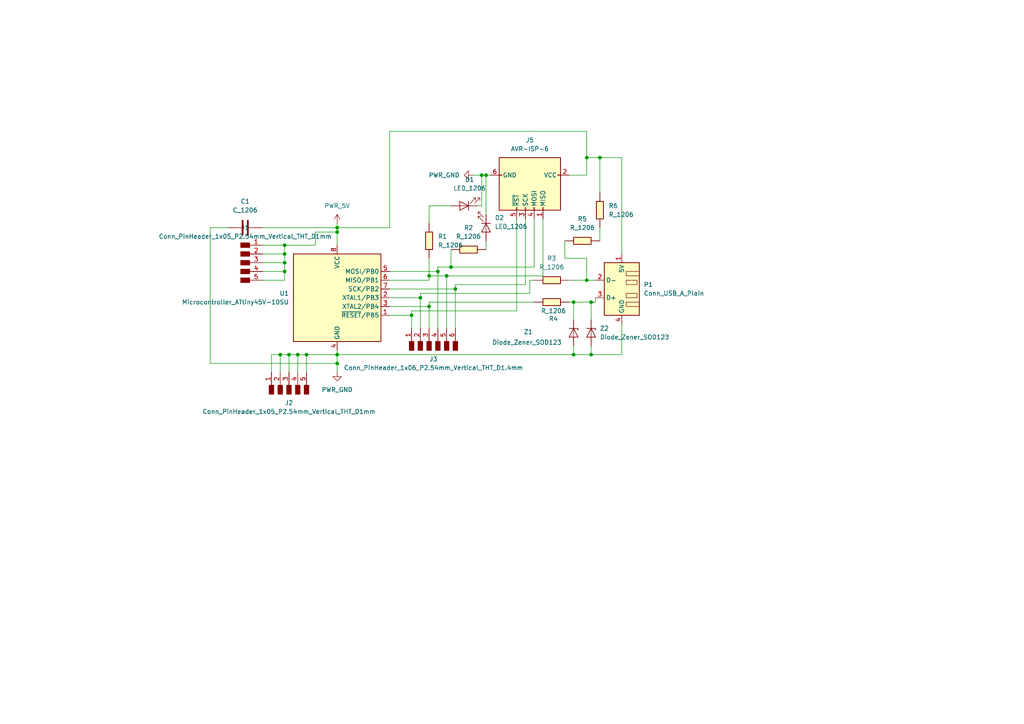
<source format=kicad_sch>
(kicad_sch (version 20231120) (generator "eeschema") (generator_version "8.0")
  (paper "A4")
  (lib_symbols
    (symbol "Connector:AVR-ISP-6" (pin_names (offset 1.016))
      (property "Reference" "J" (at -6.35 11.43 0))
      (property "Value" "AVR-ISP-6" (at 0 11.43 0))
      (symbol "AVR-ISP-6_0_1"
        (rectangle (start -2.667 -6.858) (end -2.413 -7.62))
        (rectangle (start -2.667 10.16) (end -2.413 9.398))
        (rectangle (start 7.62 -2.413) (end 6.858 -2.667))
        (rectangle (start 7.62 0.127) (end 6.858 -0.127))
        (rectangle (start 7.62 2.667) (end 6.858 2.413))
        (rectangle (start 7.62 5.207) (end 6.858 4.953))
        (rectangle (start 7.62 10.16) (end -7.62 -7.62) (stroke (width 0.254)) (fill (type background)))
      )
      (symbol "AVR-ISP-6_1_1"
        (pin passive line (at 10.16 5.08 180) (length 2.54) (name "MISO") (number "1"))
        (pin passive line (at -2.54 12.7 270) (length 2.54) (name "VCC") (number "2"))
        (pin passive line (at 10.16 0 180) (length 2.54) (name "SCK") (number "3"))
        (pin passive line (at 10.16 2.54 180) (length 2.54) (name "MOSI") (number "4"))
        (pin passive line (at 10.16 -2.54 180) (length 2.54) (name "~{RST}") (number "5"))
        (pin passive line (at -2.54 -10.16 90) (length 2.54) (name "GND") (number "6"))
      )
    )
    (symbol "Fab:C_1206" (pin_numbers hide)
      (property "Reference" "C" (at 0.635 2.54 0))
      (property "Value" "C_1206" (at 0.635 -2.54 0))
      (symbol "C_1206_0_1"
        (polyline (pts (xy -2.032 -0.762) (xy 2.032 -0.762)) (stroke (width 0.508)))
        (polyline (pts (xy -2.032 0.762) (xy 2.032 0.762)) (stroke (width 0.508)))
        (polyline (pts (xy 0 -0.635) (xy 0 -2.54)))
        (polyline (pts (xy 0 0.635) (xy 0 2.54)))
      )
      (symbol "C_1206_1_1"
        (pin passive line (at 0 5.08 270) (length 2.54) (name "~") (number "1"))
        (pin passive line (at 0 -5.08 90) (length 2.54) (name "~") (number "2"))
      )
    )
    (symbol "Fab:Conn_PinHeader_1x05_P2.54mm_Vertical_THT_D1mm" (pin_names hide)
      (property "Reference" "J" (at 0 7.62 0))
      (property "Value" "Conn_PinHeader_1x05_P2.54mm_Vertical_THT_D1mm" (at 0 -7.62 0))
      (symbol "Conn_PinHeader_1x05_P2.54mm_Vertical_THT_D1mm_1_1"
        (rectangle (start -1.27 -4.445) (end 1.27 -5.715) (stroke (width 0.254)) (fill (type outline)))
        (rectangle (start -1.27 -1.905) (end 1.27 -3.175) (stroke (width 0.254)) (fill (type outline)))
        (rectangle (start -1.27 0.635) (end 1.27 -0.635) (stroke (width 0.254)) (fill (type outline)))
        (rectangle (start -1.27 3.175) (end 1.27 1.905) (stroke (width 0.254)) (fill (type outline)))
        (rectangle (start -1.27 5.715) (end 1.27 4.445) (stroke (width 0.254)) (fill (type outline)))
        (pin passive line (at 5.08 5.08 180) (length 3.81) (name "Pin_1") (number "1"))
        (pin passive line (at 5.08 2.54 180) (length 3.81) (name "Pin_2") (number "2"))
        (pin passive line (at 5.08 0 180) (length 3.81) (name "Pin_3") (number "3"))
        (pin passive line (at 5.08 -2.54 180) (length 3.81) (name "Pin_4") (number "4"))
        (pin passive line (at 5.08 -5.08 180) (length 3.81) (name "Pin_5") (number "5"))
      )
    )
    (symbol "Fab:Conn_PinHeader_1x06_P2.54mm_Vertical_THT_D1.4mm" (pin_names hide)
      (property "Reference" "J" (at 0 7.62 0))
      (property "Value" "Conn_PinHeader_1x06_P2.54mm_Vertical_THT_D1.4mm" (at 0 -10.16 0))
      (symbol "Conn_PinHeader_1x06_P2.54mm_Vertical_THT_D1.4mm_1_1"
        (rectangle (start -1.27 -6.985) (end 1.27 -8.255) (stroke (width 0.254)) (fill (type outline)))
        (rectangle (start -1.27 -4.445) (end 1.27 -5.715) (stroke (width 0.254)) (fill (type outline)))
        (rectangle (start -1.27 -1.905) (end 1.27 -3.175) (stroke (width 0.254)) (fill (type outline)))
        (rectangle (start -1.27 0.635) (end 1.27 -0.635) (stroke (width 0.254)) (fill (type outline)))
        (rectangle (start -1.27 3.175) (end 1.27 1.905) (stroke (width 0.254)) (fill (type outline)))
        (rectangle (start -1.27 5.715) (end 1.27 4.445) (stroke (width 0.254)) (fill (type outline)))
        (pin passive line (at 5.08 5.08 180) (length 3.81) (name "Pin_1") (number "1"))
        (pin passive line (at 5.08 2.54 180) (length 3.81) (name "Pin_2") (number "2"))
        (pin passive line (at 5.08 0 180) (length 3.81) (name "Pin_3") (number "3"))
        (pin passive line (at 5.08 -2.54 180) (length 3.81) (name "Pin_4") (number "4"))
        (pin passive line (at 5.08 -5.08 180) (length 3.81) (name "Pin_5") (number "5"))
        (pin passive line (at 5.08 -7.62 180) (length 3.81) (name "Pin_6") (number "6"))
      )
    )
    (symbol "Fab:Conn_USB_A_Plain"
      (property "Reference" "P" (at -5.08 8.89 0))
      (property "Value" "Conn_USB_A_Plain" (at 1.27 8.89 0))
      (symbol "Conn_USB_A_Plain_0_1"
        (rectangle (start -5.08 7.62) (end 5.08 -7.62) (stroke (width 0.254)) (fill (type background)))
        (rectangle (start 1.27 -3.81) (end 5.08 -5.08))
        (rectangle (start 1.27 -1.27) (end 4.445 -2.54))
        (rectangle (start 1.27 2.54) (end 4.445 1.27))
        (rectangle (start 1.27 5.08) (end 5.08 3.81))
      )
      (symbol "Conn_USB_A_Plain_1_1"
        (pin power_in line (at 0 10.16 270) (length 2.54) (name "5V") (number "1"))
        (pin bidirectional line (at -7.62 2.54 0) (length 2.54) (name "D-") (number "2"))
        (pin bidirectional line (at -7.62 -2.54 0) (length 2.54) (name "D+") (number "3"))
        (pin power_in line (at 0 -10.16 90) (length 2.54) (name "GND") (number "4"))
      )
    )
    (symbol "Fab:Diode_Zener_SOD123" (pin_numbers hide) (pin_names hide)
      (property "Reference" "Z" (at 0 2.54 0))
      (property "Value" "Diode_Zener_SOD123" (at 0 -2.54 0))
      (symbol "Diode_Zener_SOD123_0_1"
        (polyline (pts (xy 1.27 0) (xy -1.27 0)))
        (polyline (pts (xy -1.27 -1.27) (xy -1.27 1.27) (xy -0.762 1.27)) (stroke (width 0.2032)))
        (polyline (pts (xy 1.27 -1.27) (xy 1.27 1.27) (xy -1.27 0) (xy 1.27 -1.27)) (stroke (width 0.2032)))
      )
      (symbol "Diode_Zener_SOD123_1_1"
        (pin passive line (at -3.81 0 0) (length 2.54) (name "K") (number "1"))
        (pin passive line (at 3.81 0 180) (length 2.54) (name "A") (number "2"))
      )
    )
    (symbol "Fab:LED_1206" (pin_numbers hide) (pin_names (offset 1.016) hide)
      (property "Reference" "D" (at 0 2.54 0))
      (property "Value" "LED_1206" (at 0 -2.54 0))
      (symbol "LED_1206_0_1"
        (polyline (pts (xy -1.27 -1.27) (xy -1.27 1.27)) (stroke (width 0.2032)))
        (polyline (pts (xy -1.27 0) (xy 1.27 0)))
        (polyline (pts (xy 1.27 -1.27) (xy 1.27 1.27) (xy -1.27 0) (xy 1.27 -1.27)) (stroke (width 0.2032)))
        (polyline (pts (xy -3.048 -0.762) (xy -4.572 -2.286) (xy -3.81 -2.286) (xy -4.572 -2.286) (xy -4.572 -1.524)))
        (polyline (pts (xy -1.778 -0.762) (xy -3.302 -2.286) (xy -2.54 -2.286) (xy -3.302 -2.286) (xy -3.302 -1.524)))
      )
      (symbol "LED_1206_1_1"
        (pin passive line (at -3.81 0 0) (length 2.54) (name "K") (number "1"))
        (pin passive line (at 3.81 0 180) (length 2.54) (name "A") (number "2"))
      )
    )
    (symbol "Fab:Microcontroller_ATtiny45V-10SU"
      (property "Reference" "U" (at -12.7 13.97 0))
      (property "Value" "Microcontroller_ATtiny45V-10SU" (at 2.54 15.24 0))
      (symbol "Microcontroller_ATtiny45V-10SU_0_1"
        (rectangle (start -12.7 -12.7) (end 12.7 12.7) (stroke (width 0.254)) (fill (type background)))
      )
      (symbol "Microcontroller_ATtiny45V-10SU_1_1"
        (pin bidirectional line (at 15.24 -5.08 180) (length 2.54) (name "~{RESET}/PB5") (number "1"))
        (pin bidirectional line (at 15.24 0 180) (length 2.54) (name "XTAL1/PB3") (number "2"))
        (pin bidirectional line (at 15.24 -2.54 180) (length 2.54) (name "XTAL2/PB4") (number "3"))
        (pin power_in line (at 0 -15.24 90) (length 2.54) (name "GND") (number "4"))
        (pin bidirectional line (at 15.24 7.62 180) (length 2.54) (name "MOSI/PB0") (number "5"))
        (pin bidirectional line (at 15.24 5.08 180) (length 2.54) (name "MISO/PB1") (number "6"))
        (pin bidirectional line (at 15.24 2.54 180) (length 2.54) (name "SCK/PB2") (number "7"))
        (pin power_in line (at 0 15.24 270) (length 2.54) (name "VCC") (number "8"))
      )
    )
    (symbol "Fab:PWR_5V" (power) (pin_names (offset 0))
      (property "Value" "PWR_5V" (at 0 3.556 0))
      (symbol "PWR_5V_0_1"
        (polyline (pts (xy -0.762 1.27) (xy 0 2.54)))
        (polyline (pts (xy 0 0) (xy 0 2.54)))
        (polyline (pts (xy 0 2.54) (xy 0.762 1.27)))
      )
      (symbol "PWR_5V_1_1"
        (pin power_in line (at 0 0 90) (length 0) hide (name "PWR_5V") (number "1"))
      )
    )
    (symbol "Fab:PWR_GND" (power) (pin_names (offset 0))
      (property "Value" "PWR_GND" (at 0 -3.81 0))
      (symbol "PWR_GND_0_1"
        (polyline (pts (xy 0 0) (xy 0 -1.27) (xy 1.27 -1.27) (xy 0 -2.54) (xy -1.27 -1.27) (xy 0 -1.27)))
      )
      (symbol "PWR_GND_1_1"
        (pin power_in line (at 0 0 270) (length 0) hide (name "PWR_GND") (number "1"))
      )
    )
    (symbol "Fab:R_1206" (pin_numbers hide) (pin_names (offset 0))
      (property "Reference" "R" (at 2.54 0 90))
      (property "Value" "R_1206" (at -2.54 0 90))
      (symbol "R_1206_0_1"
        (rectangle (start -1.016 -2.54) (end 1.016 2.54) (stroke (width 0.254)) (fill (type background)))
      )
      (symbol "R_1206_1_1"
        (pin passive line (at 0 5.08 270) (length 2.54) (name "~") (number "1"))
        (pin passive line (at 0 -5.08 90) (length 2.54) (name "~") (number "2"))
      )
    )
  )
  (junction (at 97.79 105.41))
  (junction (at 171.45 87.63))
  (junction (at 83.82 102.87))
  (junction (at 140.97 50.8))
  (junction (at 170.18 45.72))
  (junction (at 124.46 88.9))
  (junction (at 119.38 91.44))
  (junction (at 130.81 77.47))
  (junction (at 82.55 78.74))
  (junction (at 166.37 87.63))
  (junction (at 97.79 102.87))
  (junction (at 139.7 50.8))
  (junction (at 82.55 73.66))
  (junction (at 132.08 83.82))
  (junction (at 124.46 80.01))
  (junction (at 129.54 80.01))
  (junction (at 127 78.74))
  (junction (at 97.79 67.31))
  (junction (at 82.55 76.2))
  (junction (at 166.37 102.87))
  (junction (at 171.45 102.87))
  (junction (at 121.92 86.36))
  (junction (at 173.99 45.72))
  (junction (at 81.28 102.87))
  (junction (at 86.36 102.87))
  (junction (at 97.79 66.04))
  (junction (at 88.9 102.87))
  (junction (at 82.55 71.12))
  (junction (at 170.18 81.28))
  (wire (pts (xy 165.1 87.63) (xy 166.37 87.63)))
  (wire (pts (xy 124.46 74.93) (xy 124.46 80.01)))
  (wire (pts (xy 124.46 88.9) (xy 124.46 95.25)))
  (wire (pts (xy 119.38 91.44) (xy 119.38 95.25)))
  (wire (pts (xy 113.03 88.9) (xy 124.46 88.9)))
  (wire (pts (xy 66.04 66.04) (xy 60.96 66.04)))
  (wire (pts (xy 82.55 76.2) (xy 82.55 73.66)))
  (wire (pts (xy 76.2 78.74) (xy 82.55 78.74)))
  (wire (pts (xy 154.94 77.47) (xy 130.81 77.47)))
  (wire (pts (xy 132.08 83.82) (xy 113.03 83.82)))
  (wire (pts (xy 153.67 81.28) (xy 153.67 85.09)))
  (wire (pts (xy 113.03 66.04) (xy 97.79 66.04)))
  (wire (pts (xy 170.18 38.1) (xy 113.03 38.1)))
  (wire (pts (xy 97.79 102.87) (xy 97.79 105.41)))
  (wire (pts (xy 97.79 101.6) (xy 97.79 102.87)))
  (wire (pts (xy 129.54 80.01) (xy 124.46 80.01)))
  (wire (pts (xy 121.92 86.36) (xy 121.92 95.25)))
  (wire (pts (xy 170.18 45.72) (xy 170.18 38.1)))
  (wire (pts (xy 157.48 80.01) (xy 129.54 80.01)))
  (wire (pts (xy 60.96 66.04) (xy 60.96 105.41)))
  (wire (pts (xy 170.18 45.72) (xy 173.99 45.72)))
  (wire (pts (xy 124.46 87.63) (xy 124.46 88.9)))
  (wire (pts (xy 76.2 66.04) (xy 97.79 66.04)))
  (wire (pts (xy 152.4 82.55) (xy 132.08 82.55)))
  (wire (pts (xy 124.46 87.63) (xy 154.94 87.63)))
  (wire (pts (xy 91.44 71.12) (xy 91.44 67.31)))
  (wire (pts (xy 121.92 85.09) (xy 153.67 85.09)))
  (wire (pts (xy 165.1 50.8) (xy 170.18 50.8)))
  (wire (pts (xy 130.81 72.39) (xy 130.81 77.47)))
  (wire (pts (xy 124.46 64.77) (xy 124.46 59.69)))
  (wire (pts (xy 127 78.74) (xy 127 95.25)))
  (wire (pts (xy 97.79 66.04) (xy 97.79 67.31)))
  (wire (pts (xy 76.2 73.66) (xy 82.55 73.66)))
  (wire (pts (xy 81.28 107.95) (xy 81.28 102.87)))
  (wire (pts (xy 83.82 102.87) (xy 86.36 102.87)))
  (wire (pts (xy 166.37 100.33) (xy 166.37 102.87)))
  (wire (pts (xy 139.7 50.8) (xy 140.97 50.8)))
  (wire (pts (xy 140.97 69.85) (xy 140.97 72.39)))
  (wire (pts (xy 171.45 102.87) (xy 180.34 102.87)))
  (wire (pts (xy 83.82 107.95) (xy 83.82 102.87)))
  (wire (pts (xy 180.34 45.72) (xy 180.34 73.66)))
  (wire (pts (xy 166.37 87.63) (xy 171.45 87.63)))
  (wire (pts (xy 76.2 71.12) (xy 82.55 71.12)))
  (wire (pts (xy 152.4 63.5) (xy 152.4 82.55)))
  (wire (pts (xy 171.45 87.63) (xy 172.72 87.63)))
  (wire (pts (xy 124.46 81.28) (xy 124.46 80.01)))
  (wire (pts (xy 140.97 50.8) (xy 142.24 50.8)))
  (wire (pts (xy 91.44 67.31) (xy 97.79 67.31)))
  (wire (pts (xy 140.97 50.8) (xy 140.97 62.23)))
  (wire (pts (xy 149.86 63.5) (xy 149.86 90.17)))
  (wire (pts (xy 60.96 105.41) (xy 97.79 105.41)))
  (wire (pts (xy 97.79 102.87) (xy 166.37 102.87)))
  (wire (pts (xy 88.9 102.87) (xy 97.79 102.87)))
  (wire (pts (xy 132.08 82.55) (xy 132.08 83.82)))
  (wire (pts (xy 138.43 59.69) (xy 139.7 59.69)))
  (wire (pts (xy 124.46 59.69) (xy 130.81 59.69)))
  (wire (pts (xy 166.37 87.63) (xy 166.37 92.71)))
  (wire (pts (xy 81.28 102.87) (xy 83.82 102.87)))
  (wire (pts (xy 78.74 107.95) (xy 78.74 102.87)))
  (wire (pts (xy 139.7 50.8) (xy 139.7 59.69)))
  (wire (pts (xy 130.81 77.47) (xy 127 77.47)))
  (wire (pts (xy 157.48 63.5) (xy 157.48 80.01)))
  (wire (pts (xy 170.18 74.93) (xy 170.18 81.28)))
  (wire (pts (xy 82.55 78.74) (xy 82.55 76.2)))
  (wire (pts (xy 173.99 45.72) (xy 173.99 55.88)))
  (wire (pts (xy 163.83 74.93) (xy 170.18 74.93)))
  (wire (pts (xy 127 78.74) (xy 113.03 78.74)))
  (wire (pts (xy 121.92 85.09) (xy 121.92 86.36)))
  (wire (pts (xy 132.08 83.82) (xy 132.08 95.25)))
  (wire (pts (xy 113.03 86.36) (xy 121.92 86.36)))
  (wire (pts (xy 113.03 91.44) (xy 119.38 91.44)))
  (wire (pts (xy 86.36 107.95) (xy 86.36 102.87)))
  (wire (pts (xy 153.67 81.28) (xy 154.94 81.28)))
  (wire (pts (xy 165.1 81.28) (xy 170.18 81.28)))
  (wire (pts (xy 82.55 81.28) (xy 82.55 78.74)))
  (wire (pts (xy 137.16 50.8) (xy 139.7 50.8)))
  (wire (pts (xy 170.18 81.28) (xy 172.72 81.28)))
  (wire (pts (xy 170.18 50.8) (xy 170.18 45.72)))
  (wire (pts (xy 171.45 87.63) (xy 171.45 92.71)))
  (wire (pts (xy 76.2 81.28) (xy 82.55 81.28)))
  (wire (pts (xy 129.54 80.01) (xy 129.54 95.25)))
  (wire (pts (xy 97.79 64.77) (xy 97.79 66.04)))
  (wire (pts (xy 97.79 67.31) (xy 97.79 71.12)))
  (wire (pts (xy 78.74 102.87) (xy 81.28 102.87)))
  (wire (pts (xy 124.46 81.28) (xy 113.03 81.28)))
  (wire (pts (xy 88.9 107.95) (xy 88.9 102.87)))
  (wire (pts (xy 171.45 100.33) (xy 171.45 102.87)))
  (wire (pts (xy 113.03 38.1) (xy 113.03 66.04)))
  (wire (pts (xy 163.83 69.85) (xy 163.83 74.93)))
  (wire (pts (xy 173.99 45.72) (xy 180.34 45.72)))
  (wire (pts (xy 119.38 90.17) (xy 119.38 91.44)))
  (wire (pts (xy 180.34 93.98) (xy 180.34 102.87)))
  (wire (pts (xy 127 78.74) (xy 127 77.47)))
  (wire (pts (xy 172.72 87.63) (xy 172.72 86.36)))
  (wire (pts (xy 166.37 102.87) (xy 171.45 102.87)))
  (wire (pts (xy 119.38 90.17) (xy 149.86 90.17)))
  (wire (pts (xy 82.55 73.66) (xy 82.55 71.12)))
  (wire (pts (xy 154.94 63.5) (xy 154.94 77.47)))
  (wire (pts (xy 82.55 71.12) (xy 91.44 71.12)))
  (wire (pts (xy 173.99 66.04) (xy 173.99 69.85)))
  (wire (pts (xy 86.36 102.87) (xy 88.9 102.87)))
  (wire (pts (xy 76.2 76.2) (xy 82.55 76.2)))
  (wire (pts (xy 97.79 105.41) (xy 97.79 107.95)))
  (symbol (lib_id "Fab:Conn_PinHeader_1x06_P2.54mm_Vertical_THT_D1.4mm") (at 124.46 100.33 90) (unit 1)
    (property "Reference" "J3" (at 125.73 104.14 90))
    (property "Value" "Conn_PinHeader_1x06_P2.54mm_Vertical_THT_D1.4mm" (at 125.73 106.68 90))
    (property "Footprint" "fab:PinHeader_1x06_P2.54mm_Vertical_THT_D1.4mm" (effects (hide yes)))
    (property "Datasheet" "https://media.digikey.com/PDF/Data%20Sheets/Sullins%20PDFs/xRxCzzzSxxN-RC_ST_11635-B.pdf" (effects (hide yes)))
    (property "Description" "Connector Header Through Hole 6 positions 0.100\" (2.54mm)" (effects (hide yes)))
  )
  (symbol (lib_id "Fab:R_1206") (at 173.99 60.96 0) (unit 1)
    (property "Reference" "R6" (at 176.53 59.6899 0) (effects (justify left)))
    (property "Value" "R_1206" (at 176.53 62.2299 0) (effects (justify left)))
    (property "Footprint" "fab:R_1206" (effects (hide yes)))
    (property "Description" "Resistor" (effects (hide yes)))
  )
  (symbol (lib_id "Fab:Diode_Zener_SOD123") (at 171.45 96.52 270) (unit 1)
    (property "Reference" "Z2" (at 173.99 95.2499 90) (effects (justify left)))
    (property "Value" "Diode_Zener_SOD123" (at 173.99 97.7899 90) (effects (justify left)))
    (property "Footprint" "fab:SOD-123" (effects (hide yes)))
    (property "Datasheet" "https://www.diodes.com/assets/Datasheets/ds18004.pdf" (effects (hide yes)))
    (property "Description" "Zener diode, surface mount, SOD-123 footprint" (effects (hide yes)))
  )
  (symbol (lib_id "Fab:C_1206") (at 71.12 66.04 90) (unit 1)
    (property "Reference" "C1" (at 71.12 58.42 90))
    (property "Value" "C_1206" (at 71.12 60.96 90))
    (property "Footprint" "fab:C_1206" (effects (hide yes)))
    (property "Datasheet" "https://www.yageo.com/upload/media/product/productsearch/datasheet/mlcc/UPY-GP_NP0_16V-to-50V_18.pdf" (effects (hide yes)))
    (property "Description" "Unpolarized capacitor, SMD, 1206" (effects (hide yes)))
  )
  (symbol (lib_id "Fab:LED_1206") (at 134.62 59.69 180) (unit 1)
    (property "Reference" "D1" (at 136.2202 52.07 0))
    (property "Value" "LED_1206" (at 136.2202 54.61 0))
    (property "Footprint" "fab:LED_1206" (effects (hide yes)))
    (property "Datasheet" "https://optoelectronics.liteon.com/upload/download/DS-22-98-0002/LTST-C150CKT.pdf" (effects (hide yes)))
    (property "Description" "Light emitting diode, Lite-On Inc. LTST, SMD" (effects (hide yes)))
  )
  (symbol (lib_id "Fab:Conn_USB_A_Plain") (at 180.34 83.82 0) (unit 1)
    (property "Reference" "P1" (at 186.69 82.5499 0) (effects (justify left)))
    (property "Value" "Conn_USB_A_Plain" (at 186.69 85.0899 0) (effects (justify left)))
    (property "Footprint" "fab:Conn_USB_A_Plain" (effects (hide yes)))
    (property "Description" "Plain USB connector that can be milled with as PCB milling machine " (effects (hide yes)))
  )
  (symbol (lib_id "Fab:Microcontroller_ATtiny45V-10SU") (at 97.79 86.36 0) (unit 1)
    (property "Reference" "U1" (at 83.82 85.0899 0) (effects (justify right)))
    (property "Value" "Microcontroller_ATtiny45V-10SU" (at 83.82 87.6299 0) (effects (justify right)))
    (property "Footprint" "fab:SOIC-8_3.9x4.9mm_P1.27mm" (effects (hide yes)))
    (property "Datasheet" "http://ww1.microchip.com/downloads/en/DeviceDoc/atmel-2586-avr-8-bit-microcontroller-attiny25-attiny45-attiny85_datasheet.pdf" (effects (hide yes)))
    (property "Description" "AVR ATtiny Microcontroller IC 8-Bit 10MHz 4KB (2K x 16) FLASH 8-SOIC" (effects (hide yes)))
  )
  (symbol (lib_id "Fab:R_1206") (at 160.02 87.63 270) (unit 1)
    (property "Reference" "R4" (at 160.528 92.456 90))
    (property "Value" "R_1206" (at 160.528 90.17 90))
    (property "Footprint" "fab:R_1206" (effects (hide yes)))
    (property "Description" "Resistor" (effects (hide yes)))
  )
  (symbol (lib_id "Fab:Diode_Zener_SOD123") (at 166.37 96.52 270) (unit 1)
    (property "Reference" "Z1" (at 151.892 96.266 90) (effects (justify left)))
    (property "Value" "Diode_Zener_SOD123" (at 142.748 99.314 90) (effects (justify left)))
    (property "Footprint" "fab:SOD-123" (effects (hide yes)))
    (property "Datasheet" "https://www.diodes.com/assets/Datasheets/ds18004.pdf" (effects (hide yes)))
    (property "Description" "Zener diode, surface mount, SOD-123 footprint" (effects (hide yes)))
  )
  (symbol (lib_id "Fab:R_1206") (at 160.02 81.28 270) (unit 1)
    (property "Reference" "R3" (at 160.02 74.93 90))
    (property "Value" "R_1206" (at 160.02 77.47 90))
    (property "Footprint" "fab:R_1206" (effects (hide yes)))
    (property "Description" "Resistor" (effects (hide yes)))
  )
  (symbol (lib_id "Fab:Conn_PinHeader_1x05_P2.54mm_Vertical_THT_D1mm") (at 83.82 113.03 90) (unit 1)
    (property "Reference" "J2" (at 83.82 116.84 90))
    (property "Value" "Conn_PinHeader_1x05_P2.54mm_Vertical_THT_D1mm" (at 83.82 119.38 90))
    (property "Footprint" "fab:PinHeader_1x05_P2.54mm_Vertical_THT_D1mm" (effects (hide yes)))
    (property "Description" "Male connector, single row" (effects (hide yes)))
  )
  (symbol (lib_id "Fab:PWR_GND") (at 97.79 107.95 0) (unit 1)
    (property "Reference" "#PWR02" (effects (hide yes)))
    (property "Value" "PWR_GND" (at 97.79 113.03 0))
    (property "Description" "Power symbol creates a global label with name \"GND\" , ground" (effects (hide yes)))
  )
  (symbol (lib_id "Fab:PWR_5V") (at 97.79 64.77 0) (unit 1)
    (property "Reference" "#PWR01" (effects (hide yes)))
    (property "Value" "PWR_5V" (at 97.79 59.69 0))
    (property "Description" "Power symbol creates a global label with name \"+5V\"" (effects (hide yes)))
  )
  (symbol (lib_id "Fab:R_1206") (at 168.91 69.85 90) (unit 1)
    (property "Reference" "R5" (at 168.91 63.5 90))
    (property "Value" "R_1206" (at 168.91 66.04 90))
    (property "Footprint" "fab:R_1206" (effects (hide yes)))
    (property "Description" "Resistor" (effects (hide yes)))
  )
  (symbol (lib_id "Fab:Conn_PinHeader_1x05_P2.54mm_Vertical_THT_D1mm") (at 71.12 76.2 0) (unit 1)
    (property "Reference" "J1" (at 71.12 66.04 0))
    (property "Value" "Conn_PinHeader_1x05_P2.54mm_Vertical_THT_D1mm" (at 71.12 68.58 0))
    (property "Footprint" "fab:PinHeader_1x05_P2.54mm_Vertical_THT_D1mm" (effects (hide yes)))
    (property "Description" "Male connector, single row" (effects (hide yes)))
  )
  (symbol (lib_id "Fab:LED_1206") (at 140.97 66.04 270) (unit 1)
    (property "Reference" "D2" (at 143.51 63.1697 90) (effects (justify left)))
    (property "Value" "LED_1206" (at 143.51 65.7097 90) (effects (justify left)))
    (property "Footprint" "fab:LED_1206" (effects (hide yes)))
    (property "Datasheet" "https://optoelectronics.liteon.com/upload/download/DS-22-98-0002/LTST-C150CKT.pdf" (effects (hide yes)))
    (property "Description" "Light emitting diode, Lite-On Inc. LTST, SMD" (effects (hide yes)))
  )
  (symbol (lib_id "Fab:R_1206") (at 124.46 69.85 180) (unit 1)
    (property "Reference" "R1" (at 127 68.5799 0) (effects (justify right)))
    (property "Value" "R_1206" (at 127 71.1199 0) (effects (justify right)))
    (property "Footprint" "fab:R_1206" (effects (hide yes)))
    (property "Description" "Resistor" (effects (hide yes)))
  )
  (symbol (lib_id "Connector:AVR-ISP-6") (at 152.4 53.34 270) (unit 1)
    (property "Reference" "J5" (at 153.67 40.64 90))
    (property "Value" "AVR-ISP-6" (at 153.67 43.18 90))
    (property "Footprint" "Connector_IDC:IDC-Header_2x03_P2.54mm_Vertical_SMD" (effects (hide yes)))
    (property "Datasheet" " ~" (effects (hide yes)))
    (property "Description" "Atmel 6-pin ISP connector" (effects (hide yes)))
  )
  (symbol (lib_id "Fab:PWR_GND") (at 137.16 50.8 270) (unit 1)
    (property "Reference" "#PWR03" (effects (hide yes)))
    (property "Value" "PWR_GND" (at 133.35 50.7999 90) (effects (justify right)))
    (property "Description" "Power symbol creates a global label with name \"GND\" , ground" (effects (hide yes)))
  )
  (symbol (lib_id "Fab:R_1206") (at 135.89 72.39 270) (unit 1)
    (property "Reference" "R2" (at 135.89 66.04 90))
    (property "Value" "R_1206" (at 135.89 68.58 90))
    (property "Footprint" "fab:R_1206" (effects (hide yes)))
    (property "Description" "Resistor" (effects (hide yes)))
  )
)
</source>
